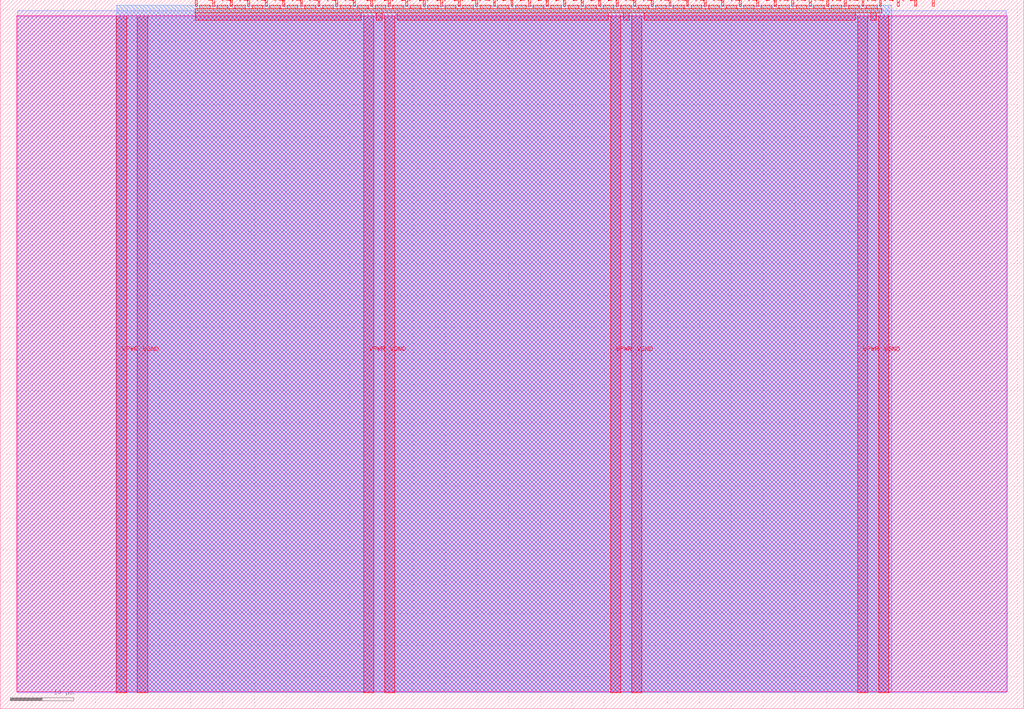
<source format=lef>
VERSION 5.7 ;
  NOWIREEXTENSIONATPIN ON ;
  DIVIDERCHAR "/" ;
  BUSBITCHARS "[]" ;
MACRO tt_um_wokwi_442983243536903169
  CLASS BLOCK ;
  FOREIGN tt_um_wokwi_442983243536903169 ;
  ORIGIN 0.000 0.000 ;
  SIZE 161.000 BY 111.520 ;
  PIN VGND
    DIRECTION INOUT ;
    USE GROUND ;
    PORT
      LAYER met4 ;
        RECT 21.580 2.480 23.180 109.040 ;
    END
    PORT
      LAYER met4 ;
        RECT 60.450 2.480 62.050 109.040 ;
    END
    PORT
      LAYER met4 ;
        RECT 99.320 2.480 100.920 109.040 ;
    END
    PORT
      LAYER met4 ;
        RECT 138.190 2.480 139.790 109.040 ;
    END
  END VGND
  PIN VPWR
    DIRECTION INOUT ;
    USE POWER ;
    PORT
      LAYER met4 ;
        RECT 18.280 2.480 19.880 109.040 ;
    END
    PORT
      LAYER met4 ;
        RECT 57.150 2.480 58.750 109.040 ;
    END
    PORT
      LAYER met4 ;
        RECT 96.020 2.480 97.620 109.040 ;
    END
    PORT
      LAYER met4 ;
        RECT 134.890 2.480 136.490 109.040 ;
    END
  END VPWR
  PIN clk
    DIRECTION INPUT ;
    USE SIGNAL ;
    PORT
      LAYER met4 ;
        RECT 143.830 110.520 144.130 111.520 ;
    END
  END clk
  PIN ena
    DIRECTION INPUT ;
    USE SIGNAL ;
    PORT
      LAYER met4 ;
        RECT 146.590 110.520 146.890 111.520 ;
    END
  END ena
  PIN rst_n
    DIRECTION INPUT ;
    USE SIGNAL ;
    PORT
      LAYER met4 ;
        RECT 141.070 110.520 141.370 111.520 ;
    END
  END rst_n
  PIN ui_in[0]
    DIRECTION INPUT ;
    USE SIGNAL ;
    ANTENNAGATEAREA 0.196500 ;
    PORT
      LAYER met4 ;
        RECT 138.310 110.520 138.610 111.520 ;
    END
  END ui_in[0]
  PIN ui_in[1]
    DIRECTION INPUT ;
    USE SIGNAL ;
    ANTENNAGATEAREA 0.196500 ;
    PORT
      LAYER met4 ;
        RECT 135.550 110.520 135.850 111.520 ;
    END
  END ui_in[1]
  PIN ui_in[2]
    DIRECTION INPUT ;
    USE SIGNAL ;
    ANTENNAGATEAREA 0.196500 ;
    PORT
      LAYER met4 ;
        RECT 132.790 110.520 133.090 111.520 ;
    END
  END ui_in[2]
  PIN ui_in[3]
    DIRECTION INPUT ;
    USE SIGNAL ;
    ANTENNAGATEAREA 0.196500 ;
    PORT
      LAYER met4 ;
        RECT 130.030 110.520 130.330 111.520 ;
    END
  END ui_in[3]
  PIN ui_in[4]
    DIRECTION INPUT ;
    USE SIGNAL ;
    ANTENNAGATEAREA 0.196500 ;
    PORT
      LAYER met4 ;
        RECT 127.270 110.520 127.570 111.520 ;
    END
  END ui_in[4]
  PIN ui_in[5]
    DIRECTION INPUT ;
    USE SIGNAL ;
    ANTENNAGATEAREA 0.196500 ;
    PORT
      LAYER met4 ;
        RECT 124.510 110.520 124.810 111.520 ;
    END
  END ui_in[5]
  PIN ui_in[6]
    DIRECTION INPUT ;
    USE SIGNAL ;
    ANTENNAGATEAREA 0.196500 ;
    PORT
      LAYER met4 ;
        RECT 121.750 110.520 122.050 111.520 ;
    END
  END ui_in[6]
  PIN ui_in[7]
    DIRECTION INPUT ;
    USE SIGNAL ;
    ANTENNAGATEAREA 0.196500 ;
    PORT
      LAYER met4 ;
        RECT 118.990 110.520 119.290 111.520 ;
    END
  END ui_in[7]
  PIN uio_in[0]
    DIRECTION INPUT ;
    USE SIGNAL ;
    PORT
      LAYER met4 ;
        RECT 116.230 110.520 116.530 111.520 ;
    END
  END uio_in[0]
  PIN uio_in[1]
    DIRECTION INPUT ;
    USE SIGNAL ;
    PORT
      LAYER met4 ;
        RECT 113.470 110.520 113.770 111.520 ;
    END
  END uio_in[1]
  PIN uio_in[2]
    DIRECTION INPUT ;
    USE SIGNAL ;
    PORT
      LAYER met4 ;
        RECT 110.710 110.520 111.010 111.520 ;
    END
  END uio_in[2]
  PIN uio_in[3]
    DIRECTION INPUT ;
    USE SIGNAL ;
    PORT
      LAYER met4 ;
        RECT 107.950 110.520 108.250 111.520 ;
    END
  END uio_in[3]
  PIN uio_in[4]
    DIRECTION INPUT ;
    USE SIGNAL ;
    PORT
      LAYER met4 ;
        RECT 105.190 110.520 105.490 111.520 ;
    END
  END uio_in[4]
  PIN uio_in[5]
    DIRECTION INPUT ;
    USE SIGNAL ;
    PORT
      LAYER met4 ;
        RECT 102.430 110.520 102.730 111.520 ;
    END
  END uio_in[5]
  PIN uio_in[6]
    DIRECTION INPUT ;
    USE SIGNAL ;
    PORT
      LAYER met4 ;
        RECT 99.670 110.520 99.970 111.520 ;
    END
  END uio_in[6]
  PIN uio_in[7]
    DIRECTION INPUT ;
    USE SIGNAL ;
    PORT
      LAYER met4 ;
        RECT 96.910 110.520 97.210 111.520 ;
    END
  END uio_in[7]
  PIN uio_oe[0]
    DIRECTION OUTPUT ;
    USE SIGNAL ;
    PORT
      LAYER met4 ;
        RECT 49.990 110.520 50.290 111.520 ;
    END
  END uio_oe[0]
  PIN uio_oe[1]
    DIRECTION OUTPUT ;
    USE SIGNAL ;
    PORT
      LAYER met4 ;
        RECT 47.230 110.520 47.530 111.520 ;
    END
  END uio_oe[1]
  PIN uio_oe[2]
    DIRECTION OUTPUT ;
    USE SIGNAL ;
    PORT
      LAYER met4 ;
        RECT 44.470 110.520 44.770 111.520 ;
    END
  END uio_oe[2]
  PIN uio_oe[3]
    DIRECTION OUTPUT ;
    USE SIGNAL ;
    PORT
      LAYER met4 ;
        RECT 41.710 110.520 42.010 111.520 ;
    END
  END uio_oe[3]
  PIN uio_oe[4]
    DIRECTION OUTPUT ;
    USE SIGNAL ;
    PORT
      LAYER met4 ;
        RECT 38.950 110.520 39.250 111.520 ;
    END
  END uio_oe[4]
  PIN uio_oe[5]
    DIRECTION OUTPUT ;
    USE SIGNAL ;
    PORT
      LAYER met4 ;
        RECT 36.190 110.520 36.490 111.520 ;
    END
  END uio_oe[5]
  PIN uio_oe[6]
    DIRECTION OUTPUT ;
    USE SIGNAL ;
    PORT
      LAYER met4 ;
        RECT 33.430 110.520 33.730 111.520 ;
    END
  END uio_oe[6]
  PIN uio_oe[7]
    DIRECTION OUTPUT ;
    USE SIGNAL ;
    PORT
      LAYER met4 ;
        RECT 30.670 110.520 30.970 111.520 ;
    END
  END uio_oe[7]
  PIN uio_out[0]
    DIRECTION OUTPUT ;
    USE SIGNAL ;
    PORT
      LAYER met4 ;
        RECT 72.070 110.520 72.370 111.520 ;
    END
  END uio_out[0]
  PIN uio_out[1]
    DIRECTION OUTPUT ;
    USE SIGNAL ;
    PORT
      LAYER met4 ;
        RECT 69.310 110.520 69.610 111.520 ;
    END
  END uio_out[1]
  PIN uio_out[2]
    DIRECTION OUTPUT ;
    USE SIGNAL ;
    PORT
      LAYER met4 ;
        RECT 66.550 110.520 66.850 111.520 ;
    END
  END uio_out[2]
  PIN uio_out[3]
    DIRECTION OUTPUT ;
    USE SIGNAL ;
    PORT
      LAYER met4 ;
        RECT 63.790 110.520 64.090 111.520 ;
    END
  END uio_out[3]
  PIN uio_out[4]
    DIRECTION OUTPUT ;
    USE SIGNAL ;
    PORT
      LAYER met4 ;
        RECT 61.030 110.520 61.330 111.520 ;
    END
  END uio_out[4]
  PIN uio_out[5]
    DIRECTION OUTPUT ;
    USE SIGNAL ;
    PORT
      LAYER met4 ;
        RECT 58.270 110.520 58.570 111.520 ;
    END
  END uio_out[5]
  PIN uio_out[6]
    DIRECTION OUTPUT ;
    USE SIGNAL ;
    PORT
      LAYER met4 ;
        RECT 55.510 110.520 55.810 111.520 ;
    END
  END uio_out[6]
  PIN uio_out[7]
    DIRECTION OUTPUT ;
    USE SIGNAL ;
    PORT
      LAYER met4 ;
        RECT 52.750 110.520 53.050 111.520 ;
    END
  END uio_out[7]
  PIN uo_out[0]
    DIRECTION OUTPUT ;
    USE SIGNAL ;
    ANTENNADIFFAREA 0.445500 ;
    PORT
      LAYER met4 ;
        RECT 94.150 110.520 94.450 111.520 ;
    END
  END uo_out[0]
  PIN uo_out[1]
    DIRECTION OUTPUT ;
    USE SIGNAL ;
    ANTENNADIFFAREA 0.445500 ;
    PORT
      LAYER met4 ;
        RECT 91.390 110.520 91.690 111.520 ;
    END
  END uo_out[1]
  PIN uo_out[2]
    DIRECTION OUTPUT ;
    USE SIGNAL ;
    ANTENNADIFFAREA 0.445500 ;
    PORT
      LAYER met4 ;
        RECT 88.630 110.520 88.930 111.520 ;
    END
  END uo_out[2]
  PIN uo_out[3]
    DIRECTION OUTPUT ;
    USE SIGNAL ;
    ANTENNADIFFAREA 0.445500 ;
    PORT
      LAYER met4 ;
        RECT 85.870 110.520 86.170 111.520 ;
    END
  END uo_out[3]
  PIN uo_out[4]
    DIRECTION OUTPUT ;
    USE SIGNAL ;
    ANTENNADIFFAREA 0.445500 ;
    PORT
      LAYER met4 ;
        RECT 83.110 110.520 83.410 111.520 ;
    END
  END uo_out[4]
  PIN uo_out[5]
    DIRECTION OUTPUT ;
    USE SIGNAL ;
    ANTENNADIFFAREA 0.445500 ;
    PORT
      LAYER met4 ;
        RECT 80.350 110.520 80.650 111.520 ;
    END
  END uo_out[5]
  PIN uo_out[6]
    DIRECTION OUTPUT ;
    USE SIGNAL ;
    ANTENNADIFFAREA 0.445500 ;
    PORT
      LAYER met4 ;
        RECT 77.590 110.520 77.890 111.520 ;
    END
  END uo_out[6]
  PIN uo_out[7]
    DIRECTION OUTPUT ;
    USE SIGNAL ;
    ANTENNADIFFAREA 0.445500 ;
    PORT
      LAYER met4 ;
        RECT 74.830 110.520 75.130 111.520 ;
    END
  END uo_out[7]
  OBS
      LAYER nwell ;
        RECT 2.570 2.635 158.430 108.990 ;
      LAYER li1 ;
        RECT 2.760 2.635 158.240 108.885 ;
      LAYER met1 ;
        RECT 2.760 2.480 158.240 109.780 ;
      LAYER met2 ;
        RECT 18.310 2.535 140.200 110.685 ;
      LAYER met3 ;
        RECT 18.290 2.555 139.780 110.665 ;
      LAYER met4 ;
        RECT 31.370 110.120 33.030 110.665 ;
        RECT 34.130 110.120 35.790 110.665 ;
        RECT 36.890 110.120 38.550 110.665 ;
        RECT 39.650 110.120 41.310 110.665 ;
        RECT 42.410 110.120 44.070 110.665 ;
        RECT 45.170 110.120 46.830 110.665 ;
        RECT 47.930 110.120 49.590 110.665 ;
        RECT 50.690 110.120 52.350 110.665 ;
        RECT 53.450 110.120 55.110 110.665 ;
        RECT 56.210 110.120 57.870 110.665 ;
        RECT 58.970 110.120 60.630 110.665 ;
        RECT 61.730 110.120 63.390 110.665 ;
        RECT 64.490 110.120 66.150 110.665 ;
        RECT 67.250 110.120 68.910 110.665 ;
        RECT 70.010 110.120 71.670 110.665 ;
        RECT 72.770 110.120 74.430 110.665 ;
        RECT 75.530 110.120 77.190 110.665 ;
        RECT 78.290 110.120 79.950 110.665 ;
        RECT 81.050 110.120 82.710 110.665 ;
        RECT 83.810 110.120 85.470 110.665 ;
        RECT 86.570 110.120 88.230 110.665 ;
        RECT 89.330 110.120 90.990 110.665 ;
        RECT 92.090 110.120 93.750 110.665 ;
        RECT 94.850 110.120 96.510 110.665 ;
        RECT 97.610 110.120 99.270 110.665 ;
        RECT 100.370 110.120 102.030 110.665 ;
        RECT 103.130 110.120 104.790 110.665 ;
        RECT 105.890 110.120 107.550 110.665 ;
        RECT 108.650 110.120 110.310 110.665 ;
        RECT 111.410 110.120 113.070 110.665 ;
        RECT 114.170 110.120 115.830 110.665 ;
        RECT 116.930 110.120 118.590 110.665 ;
        RECT 119.690 110.120 121.350 110.665 ;
        RECT 122.450 110.120 124.110 110.665 ;
        RECT 125.210 110.120 126.870 110.665 ;
        RECT 127.970 110.120 129.630 110.665 ;
        RECT 130.730 110.120 132.390 110.665 ;
        RECT 133.490 110.120 135.150 110.665 ;
        RECT 136.250 110.120 137.910 110.665 ;
        RECT 30.655 109.440 138.625 110.120 ;
        RECT 30.655 108.295 56.750 109.440 ;
        RECT 59.150 108.295 60.050 109.440 ;
        RECT 62.450 108.295 95.620 109.440 ;
        RECT 98.020 108.295 98.920 109.440 ;
        RECT 101.320 108.295 134.490 109.440 ;
        RECT 136.890 108.295 137.790 109.440 ;
  END
END tt_um_wokwi_442983243536903169
END LIBRARY


</source>
